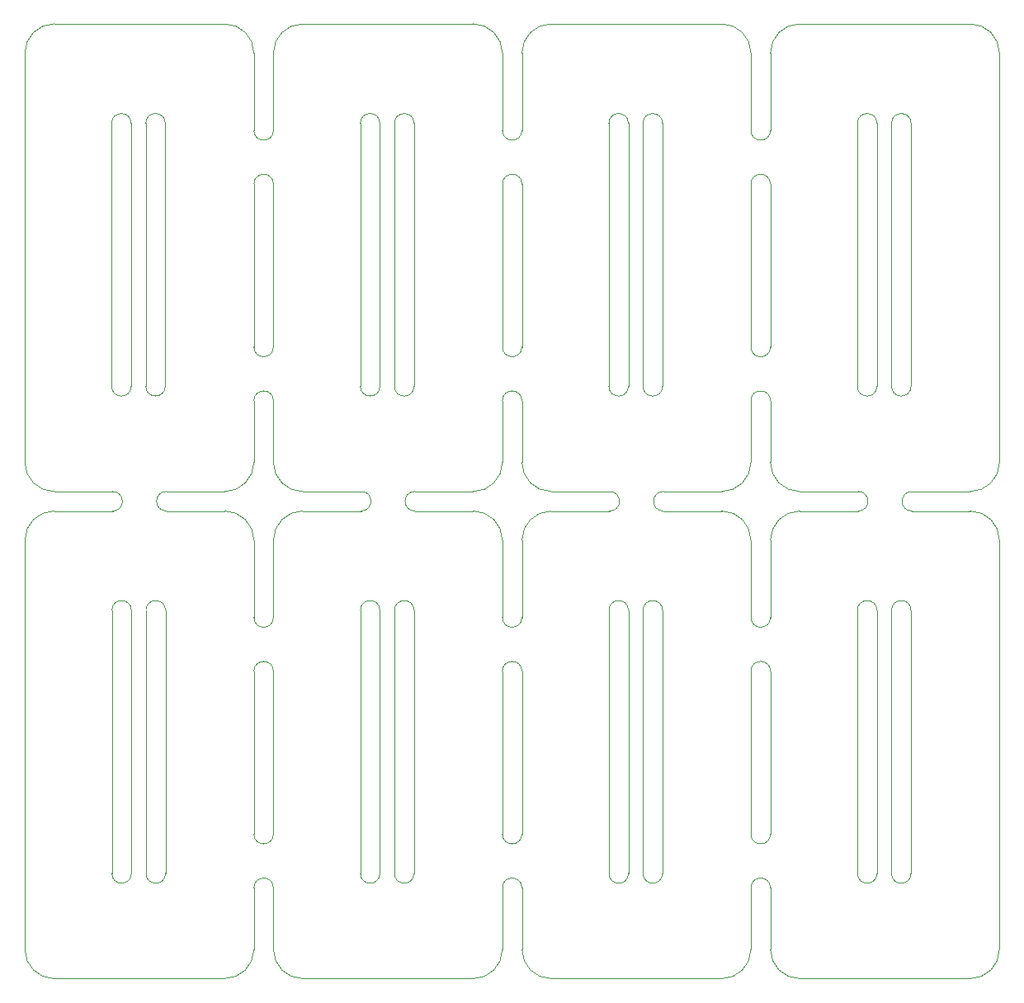
<source format=gm1>
G04 #@! TF.GenerationSoftware,KiCad,Pcbnew,6.0.0-d3dd2cf0fa~116~ubuntu20.04.1*
G04 #@! TF.CreationDate,2022-01-17T17:50:43+01:00*
G04 #@! TF.ProjectId,8xArduino_GPIB_Cuttout,38784172-6475-4696-9e6f-5f475049425f,rev?*
G04 #@! TF.SameCoordinates,Original*
G04 #@! TF.FileFunction,Profile,NP*
%FSLAX46Y46*%
G04 Gerber Fmt 4.6, Leading zero omitted, Abs format (unit mm)*
G04 Created by KiCad (PCBNEW 6.0.0-d3dd2cf0fa~116~ubuntu20.04.1) date 2022-01-17 17:50:43*
%MOMM*%
%LPD*%
G01*
G04 APERTURE LIST*
G04 #@! TA.AperFunction,Profile*
%ADD10C,0.100000*%
G04 #@! TD*
G04 APERTURE END LIST*
D10*
X115420000Y-115590000D02*
X115420000Y-107660000D01*
X140920000Y-65590000D02*
G75*
G03*
X142920000Y-65590000I1000000J0D01*
G01*
X166420000Y-137825000D02*
G75*
G03*
X168420000Y-137825000I1000000J0D01*
G01*
X168420000Y-121100000D02*
X168420000Y-137825000D01*
X115420000Y-115590000D02*
G75*
G03*
X117420000Y-115590000I1000000J0D01*
G01*
X94920000Y-152660000D02*
X112420000Y-152660000D01*
X120420000Y-54660000D02*
G75*
G03*
X117420000Y-57660000I1J-3000001D01*
G01*
X142920000Y-71100000D02*
G75*
G03*
X140920000Y-71100000I-1000000J0D01*
G01*
X137920000Y-104660000D02*
X131935000Y-104660000D01*
X188920000Y-104660000D02*
X182935000Y-104660000D01*
X126425000Y-104660000D02*
X120420000Y-104660000D01*
X140920000Y-137825000D02*
G75*
G03*
X142920000Y-137825000I1000000J0D01*
G01*
X171420000Y-152660000D02*
X188920000Y-152660000D01*
X140920000Y-115590000D02*
G75*
G03*
X142920000Y-115590000I1000000J0D01*
G01*
X91920000Y-107660000D02*
X91920000Y-149660000D01*
X131935000Y-102660000D02*
X137920000Y-102660000D01*
X188920000Y-54660000D02*
X171420000Y-54660000D01*
X112420000Y-104660000D02*
X106435000Y-104660000D01*
X168420000Y-57660000D02*
X168420000Y-65590000D01*
X112420000Y-152660000D02*
G75*
G03*
X115420000Y-149660000I-1J3000001D01*
G01*
X191920000Y-99660000D02*
X191920000Y-57660000D01*
X182935000Y-102660000D02*
G75*
G03*
X182935000Y-104660000I0J-1000000D01*
G01*
X117420000Y-71100000D02*
G75*
G03*
X115420000Y-71100000I-1000000J0D01*
G01*
X171420000Y-104660000D02*
G75*
G03*
X168420000Y-107660000I1J-3000001D01*
G01*
X126425000Y-104660000D02*
G75*
G03*
X126425000Y-102660000I0J1000000D01*
G01*
X115420000Y-57660000D02*
G75*
G03*
X112420000Y-54660000I-3000001J-1D01*
G01*
X117420000Y-93335000D02*
X117420000Y-99660000D01*
X137920000Y-152660000D02*
G75*
G03*
X140920000Y-149660000I-1J3000001D01*
G01*
X140920000Y-107660000D02*
G75*
G03*
X137920000Y-104660000I-3000001J-1D01*
G01*
X100925000Y-104660000D02*
G75*
G03*
X100925000Y-102660000I0J1000000D01*
G01*
X142920000Y-143335000D02*
X142920000Y-149660000D01*
X115420000Y-137825000D02*
G75*
G03*
X117420000Y-137825000I1000000J0D01*
G01*
X140920000Y-87825000D02*
G75*
G03*
X142920000Y-87825000I1000000J0D01*
G01*
X94920000Y-104660000D02*
G75*
G03*
X91920000Y-107660000I1J-3000001D01*
G01*
X94920000Y-102660000D02*
X100925000Y-102660000D01*
X120420000Y-104660000D02*
G75*
G03*
X117420000Y-107660000I1J-3000001D01*
G01*
X166420000Y-57660000D02*
G75*
G03*
X163420000Y-54660000I-3000001J-1D01*
G01*
X112420000Y-102660000D02*
G75*
G03*
X115420000Y-99660000I-1J3000001D01*
G01*
X117420000Y-107660000D02*
X117420000Y-115590000D01*
X142920000Y-149660000D02*
G75*
G03*
X145920000Y-152660000I3000001J1D01*
G01*
X115420000Y-107660000D02*
G75*
G03*
X112420000Y-104660000I-3000001J-1D01*
G01*
X115420000Y-87825000D02*
X115420000Y-71100000D01*
X142920000Y-121100000D02*
G75*
G03*
X140920000Y-121100000I-1000000J0D01*
G01*
X171420000Y-102660000D02*
X177425000Y-102660000D01*
X191920000Y-107660000D02*
G75*
G03*
X188920000Y-104660000I-3000001J-1D01*
G01*
X91920000Y-99660000D02*
G75*
G03*
X94920000Y-102660000I3000001J1D01*
G01*
X140920000Y-65590000D02*
X140920000Y-57660000D01*
X115420000Y-87825000D02*
G75*
G03*
X117420000Y-87825000I1000000J0D01*
G01*
X117420000Y-93335000D02*
G75*
G03*
X115420000Y-93335000I-1000000J0D01*
G01*
X140920000Y-137825000D02*
X140920000Y-121100000D01*
X117420000Y-143335000D02*
G75*
G03*
X115420000Y-143335000I-1000000J0D01*
G01*
X140920000Y-115590000D02*
X140920000Y-107660000D01*
X120420000Y-152660000D02*
X137920000Y-152660000D01*
X137920000Y-54660000D02*
X120420000Y-54660000D01*
X142920000Y-99660000D02*
G75*
G03*
X145920000Y-102660000I3000001J1D01*
G01*
X168420000Y-71100000D02*
G75*
G03*
X166420000Y-71100000I-1000000J0D01*
G01*
X188920000Y-102660000D02*
G75*
G03*
X191920000Y-99660000I-1J3000001D01*
G01*
X177425000Y-104660000D02*
G75*
G03*
X177425000Y-102660000I0J1000000D01*
G01*
X142920000Y-71100000D02*
X142920000Y-87825000D01*
X157435000Y-102660000D02*
X163420000Y-102660000D01*
X166420000Y-137825000D02*
X166420000Y-121100000D01*
X166420000Y-149660000D02*
X166420000Y-143335000D01*
X115420000Y-137825000D02*
X115420000Y-121100000D01*
X168420000Y-107660000D02*
X168420000Y-115590000D01*
X166420000Y-107660000D02*
G75*
G03*
X163420000Y-104660000I-3000001J-1D01*
G01*
X115420000Y-149660000D02*
X115420000Y-143335000D01*
X166420000Y-65590000D02*
G75*
G03*
X168420000Y-65590000I1000000J0D01*
G01*
X151925000Y-104660000D02*
G75*
G03*
X151925000Y-102660000I0J1000000D01*
G01*
X151925000Y-104660000D02*
X145920000Y-104660000D01*
X106435000Y-102660000D02*
G75*
G03*
X106435000Y-104660000I0J-1000000D01*
G01*
X168420000Y-99660000D02*
G75*
G03*
X171420000Y-102660000I3000001J1D01*
G01*
X140920000Y-149660000D02*
X140920000Y-143335000D01*
X91920000Y-149660000D02*
G75*
G03*
X94920000Y-152660000I3000001J1D01*
G01*
X168420000Y-71100000D02*
X168420000Y-87825000D01*
X145920000Y-152660000D02*
X163420000Y-152660000D01*
X168420000Y-121100000D02*
G75*
G03*
X166420000Y-121100000I-1000000J0D01*
G01*
X191920000Y-57660000D02*
G75*
G03*
X188920000Y-54660000I-3000001J-1D01*
G01*
X142920000Y-107660000D02*
X142920000Y-115590000D01*
X112420000Y-54660000D02*
X94920000Y-54660000D01*
X120420000Y-102660000D02*
X126425000Y-102660000D01*
X117420000Y-71100000D02*
X117420000Y-87825000D01*
X168420000Y-143335000D02*
X168420000Y-149660000D01*
X117420000Y-121100000D02*
G75*
G03*
X115420000Y-121100000I-1000000J0D01*
G01*
X140920000Y-99660000D02*
X140920000Y-93335000D01*
X142920000Y-57660000D02*
X142920000Y-65590000D01*
X140920000Y-57660000D02*
G75*
G03*
X137920000Y-54660000I-3000001J-1D01*
G01*
X140920000Y-87825000D02*
X140920000Y-71100000D01*
X168420000Y-93335000D02*
X168420000Y-99660000D01*
X166420000Y-115590000D02*
X166420000Y-107660000D01*
X142920000Y-143335000D02*
G75*
G03*
X140920000Y-143335000I-1000000J0D01*
G01*
X177425000Y-104660000D02*
X171420000Y-104660000D01*
X117420000Y-57660000D02*
X117420000Y-65590000D01*
X115420000Y-65590000D02*
X115420000Y-57660000D01*
X145920000Y-102660000D02*
X151925000Y-102660000D01*
X117420000Y-99660000D02*
G75*
G03*
X120420000Y-102660000I3000001J1D01*
G01*
X168420000Y-143335000D02*
G75*
G03*
X166420000Y-143335000I-1000000J0D01*
G01*
X163420000Y-104660000D02*
X157435000Y-104660000D01*
X117420000Y-121100000D02*
X117420000Y-137825000D01*
X117420000Y-149660000D02*
G75*
G03*
X120420000Y-152660000I3000001J1D01*
G01*
X157435000Y-102660000D02*
G75*
G03*
X157435000Y-104660000I0J-1000000D01*
G01*
X191920000Y-149660000D02*
X191920000Y-107660000D01*
X182935000Y-102660000D02*
X188920000Y-102660000D01*
X163420000Y-102660000D02*
G75*
G03*
X166420000Y-99660000I-1J3000001D01*
G01*
X106435000Y-102660000D02*
X112420000Y-102660000D01*
X163420000Y-152660000D02*
G75*
G03*
X166420000Y-149660000I-1J3000001D01*
G01*
X171420000Y-54660000D02*
G75*
G03*
X168420000Y-57660000I1J-3000001D01*
G01*
X100925000Y-104660000D02*
X94920000Y-104660000D01*
X166420000Y-87825000D02*
X166420000Y-71100000D01*
X115420000Y-65590000D02*
G75*
G03*
X117420000Y-65590000I1000000J0D01*
G01*
X94920000Y-54660000D02*
G75*
G03*
X91920000Y-57660000I1J-3000001D01*
G01*
X168420000Y-93335000D02*
G75*
G03*
X166420000Y-93335000I-1000000J0D01*
G01*
X131935000Y-102660000D02*
G75*
G03*
X131935000Y-104660000I0J-1000000D01*
G01*
X142920000Y-93335000D02*
X142920000Y-99660000D01*
X166420000Y-99660000D02*
X166420000Y-93335000D01*
X142920000Y-121100000D02*
X142920000Y-137825000D01*
X91920000Y-57660000D02*
X91920000Y-99660000D01*
X145920000Y-54660000D02*
G75*
G03*
X142920000Y-57660000I1J-3000001D01*
G01*
X168420000Y-149660000D02*
G75*
G03*
X171420000Y-152660000I3000001J1D01*
G01*
X115420000Y-99660000D02*
X115420000Y-93335000D01*
X117420000Y-143335000D02*
X117420000Y-149660000D01*
X188920000Y-152660000D02*
G75*
G03*
X191920000Y-149660000I-1J3000001D01*
G01*
X166420000Y-115590000D02*
G75*
G03*
X168420000Y-115590000I1000000J0D01*
G01*
X166420000Y-65590000D02*
X166420000Y-57660000D01*
X166420000Y-87825000D02*
G75*
G03*
X168420000Y-87825000I1000000J0D01*
G01*
X145920000Y-104660000D02*
G75*
G03*
X142920000Y-107660000I1J-3000001D01*
G01*
X137920000Y-102660000D02*
G75*
G03*
X140920000Y-99660000I-1J3000001D01*
G01*
X142920000Y-93335000D02*
G75*
G03*
X140920000Y-93335000I-1000000J0D01*
G01*
X163420000Y-54660000D02*
X145920000Y-54660000D01*
X151845000Y-64860000D02*
X151845000Y-91860000D01*
X157345000Y-64860000D02*
X157345000Y-91860000D01*
X155345000Y-91860000D02*
X155345000Y-64860000D01*
X153845000Y-91860000D02*
X153845000Y-64860000D01*
X155345000Y-91860000D02*
G75*
G03*
X157345000Y-91860000I1000000J0D01*
G01*
X157345000Y-64860000D02*
G75*
G03*
X155345000Y-64860000I-1000000J0D01*
G01*
X151845000Y-91860000D02*
G75*
G03*
X153845000Y-91860000I1000000J0D01*
G01*
X153845000Y-64860000D02*
G75*
G03*
X151845000Y-64860000I-1000000J0D01*
G01*
X126345000Y-114860000D02*
X126345000Y-141860000D01*
X128345000Y-141860000D02*
X128345000Y-114860000D01*
X129845000Y-141860000D02*
X129845000Y-114860000D01*
X131845000Y-114860000D02*
X131845000Y-141860000D01*
X131845000Y-114860000D02*
G75*
G03*
X129845000Y-114860000I-1000000J0D01*
G01*
X129845000Y-141860000D02*
G75*
G03*
X131845000Y-141860000I1000000J0D01*
G01*
X128345000Y-114860000D02*
G75*
G03*
X126345000Y-114860000I-1000000J0D01*
G01*
X126345000Y-141860000D02*
G75*
G03*
X128345000Y-141860000I1000000J0D01*
G01*
X102822500Y-91860000D02*
X102822500Y-64860000D01*
X106322500Y-64860000D02*
X106322500Y-91860000D01*
X104322500Y-91860000D02*
X104322500Y-64860000D01*
X100822500Y-64860000D02*
X100822500Y-91860000D01*
X106322500Y-64860000D02*
G75*
G03*
X104322500Y-64860000I-1000000J0D01*
G01*
X100822500Y-91860000D02*
G75*
G03*
X102822500Y-91860000I1000000J0D01*
G01*
X104322500Y-91860000D02*
G75*
G03*
X106322500Y-91860000I1000000J0D01*
G01*
X102822500Y-64860000D02*
G75*
G03*
X100822500Y-64860000I-1000000J0D01*
G01*
X131845000Y-64860000D02*
X131845000Y-91860000D01*
X126345000Y-64860000D02*
X126345000Y-91860000D01*
X128345000Y-91860000D02*
X128345000Y-64860000D01*
X129845000Y-91860000D02*
X129845000Y-64860000D01*
X131845000Y-64860000D02*
G75*
G03*
X129845000Y-64860000I-1000000J0D01*
G01*
X126345000Y-91860000D02*
G75*
G03*
X128345000Y-91860000I1000000J0D01*
G01*
X128345000Y-64860000D02*
G75*
G03*
X126345000Y-64860000I-1000000J0D01*
G01*
X129845000Y-91860000D02*
G75*
G03*
X131845000Y-91860000I1000000J0D01*
G01*
X182845000Y-64860000D02*
X182845000Y-91860000D01*
X179345000Y-91860000D02*
X179345000Y-64860000D01*
X177345000Y-64860000D02*
X177345000Y-91860000D01*
X180845000Y-91860000D02*
X180845000Y-64860000D01*
X179345000Y-64860000D02*
G75*
G03*
X177345000Y-64860000I-1000000J0D01*
G01*
X177345000Y-91860000D02*
G75*
G03*
X179345000Y-91860000I1000000J0D01*
G01*
X180845000Y-91860000D02*
G75*
G03*
X182845000Y-91860000I1000000J0D01*
G01*
X182845000Y-64860000D02*
G75*
G03*
X180845000Y-64860000I-1000000J0D01*
G01*
X179345000Y-141860000D02*
X179345000Y-114860000D01*
X182845000Y-114860000D02*
X182845000Y-141860000D01*
X177345000Y-114860000D02*
X177345000Y-141860000D01*
X180845000Y-141860000D02*
X180845000Y-114860000D01*
X180845000Y-141860000D02*
G75*
G03*
X182845000Y-141860000I1000000J0D01*
G01*
X177345000Y-141860000D02*
G75*
G03*
X179345000Y-141860000I1000000J0D01*
G01*
X182845000Y-114860000D02*
G75*
G03*
X180845000Y-114860000I-1000000J0D01*
G01*
X179345000Y-114860000D02*
G75*
G03*
X177345000Y-114860000I-1000000J0D01*
G01*
X106345000Y-114860000D02*
X106345000Y-141860000D01*
X104345000Y-141860000D02*
X104345000Y-114860000D01*
X100845000Y-114860000D02*
X100845000Y-141860000D01*
X102845000Y-141860000D02*
X102845000Y-114860000D01*
X106345000Y-114860000D02*
G75*
G03*
X104345000Y-114860000I-1000000J0D01*
G01*
X102845000Y-114860000D02*
G75*
G03*
X100845000Y-114860000I-1000000J0D01*
G01*
X104345000Y-141860000D02*
G75*
G03*
X106345000Y-141860000I1000000J0D01*
G01*
X100845000Y-141860000D02*
G75*
G03*
X102845000Y-141860000I1000000J0D01*
G01*
X153845000Y-141860000D02*
X153845000Y-114860000D01*
X151845000Y-114860000D02*
X151845000Y-141860000D01*
X157345000Y-114860000D02*
X157345000Y-141860000D01*
X155345000Y-141860000D02*
X155345000Y-114860000D01*
X153845000Y-114860000D02*
G75*
G03*
X151845000Y-114860000I-1000000J0D01*
G01*
X157345000Y-114860000D02*
G75*
G03*
X155345000Y-114860000I-1000000J0D01*
G01*
X155345000Y-141860000D02*
G75*
G03*
X157345000Y-141860000I1000000J0D01*
G01*
X151845000Y-141860000D02*
G75*
G03*
X153845000Y-141860000I1000000J0D01*
G01*
M02*

</source>
